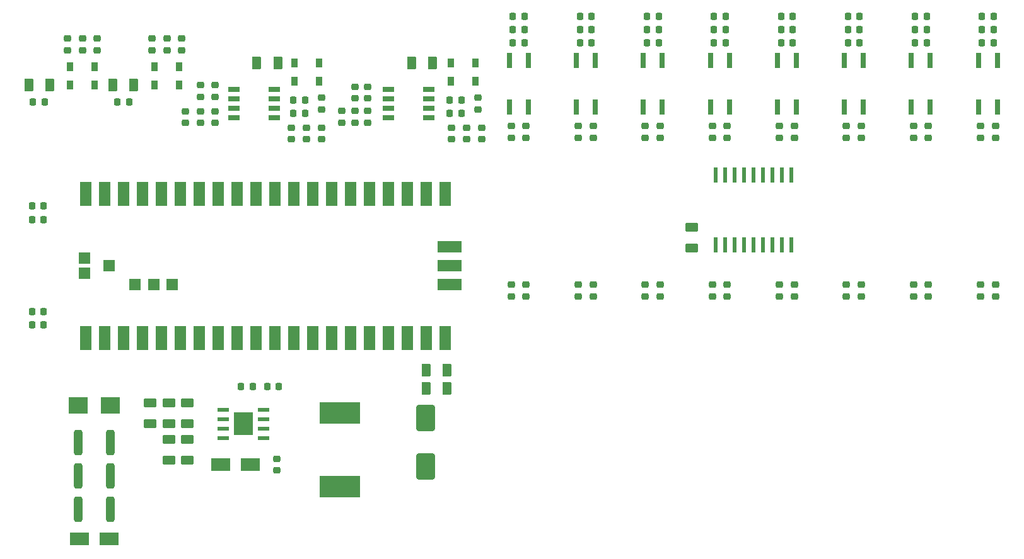
<source format=gtp>
%TF.GenerationSoftware,KiCad,Pcbnew,(5.99.0-7040-g8c08b861ab)*%
%TF.CreationDate,2021-03-18T10:44:16+08:00*%
%TF.ProjectId,PicoIndustrial,5069636f-496e-4647-9573-747269616c2e,rev?*%
%TF.SameCoordinates,Original*%
%TF.FileFunction,Paste,Top*%
%TF.FilePolarity,Positive*%
%FSLAX46Y46*%
G04 Gerber Fmt 4.6, Leading zero omitted, Abs format (unit mm)*
G04 Created by KiCad (PCBNEW (5.99.0-7040-g8c08b861ab)) date 2021-03-18 10:44:16*
%MOMM*%
%LPD*%
G01*
G04 APERTURE LIST*
G04 Aperture macros list*
%AMRoundRect*
0 Rectangle with rounded corners*
0 $1 Rounding radius*
0 $2 $3 $4 $5 $6 $7 $8 $9 X,Y pos of 4 corners*
0 Add a 4 corners polygon primitive as box body*
4,1,4,$2,$3,$4,$5,$6,$7,$8,$9,$2,$3,0*
0 Add four circle primitives for the rounded corners*
1,1,$1+$1,$2,$3,0*
1,1,$1+$1,$4,$5,0*
1,1,$1+$1,$6,$7,0*
1,1,$1+$1,$8,$9,0*
0 Add four rect primitives between the rounded corners*
20,1,$1+$1,$2,$3,$4,$5,0*
20,1,$1+$1,$4,$5,$6,$7,0*
20,1,$1+$1,$6,$7,$8,$9,0*
20,1,$1+$1,$8,$9,$2,$3,0*%
G04 Aperture macros list end*
%ADD10RoundRect,0.218750X0.256250X-0.218750X0.256250X0.218750X-0.256250X0.218750X-0.256250X-0.218750X0*%
%ADD11RoundRect,0.218750X-0.256250X0.218750X-0.256250X-0.218750X0.256250X-0.218750X0.256250X0.218750X0*%
%ADD12R,0.640000X2.000000*%
%ADD13RoundRect,0.218750X0.218750X0.256250X-0.218750X0.256250X-0.218750X-0.256250X0.218750X-0.256250X0*%
%ADD14R,2.500000X2.300000*%
%ADD15R,1.528000X0.650000*%
%ADD16RoundRect,0.250000X-1.000000X1.500000X-1.000000X-1.500000X1.000000X-1.500000X1.000000X1.500000X0*%
%ADD17RoundRect,0.218750X-0.218750X-0.256250X0.218750X-0.256250X0.218750X0.256250X-0.218750X0.256250X0*%
%ADD18RoundRect,0.250000X0.375000X0.625000X-0.375000X0.625000X-0.375000X-0.625000X0.375000X-0.625000X0*%
%ADD19RoundRect,0.250000X-0.625000X0.375000X-0.625000X-0.375000X0.625000X-0.375000X0.625000X0.375000X0*%
%ADD20R,0.900000X1.200000*%
%ADD21RoundRect,0.250000X-0.375000X-0.625000X0.375000X-0.625000X0.375000X0.625000X-0.375000X0.625000X0*%
%ADD22RoundRect,0.250000X0.625000X-0.375000X0.625000X0.375000X-0.625000X0.375000X-0.625000X-0.375000X0*%
%ADD23R,2.500000X1.800000*%
%ADD24R,5.400000X2.900000*%
%ADD25R,1.600000X3.200000*%
%ADD26R,3.200000X1.600000*%
%ADD27R,1.500000X1.500000*%
%ADD28R,1.550000X0.600000*%
%ADD29R,2.600000X3.100000*%
%ADD30RoundRect,0.250000X0.312500X1.450000X-0.312500X1.450000X-0.312500X-1.450000X0.312500X-1.450000X0*%
%ADD31RoundRect,0.250000X-0.312500X-1.450000X0.312500X-1.450000X0.312500X1.450000X-0.312500X1.450000X0*%
%ADD32R,0.600000X2.000000*%
G04 APERTURE END LIST*
D10*
%TO.C,D8*%
X160000000Y-84287500D03*
X160000000Y-82712500D03*
%TD*%
D11*
%TO.C,C7*%
X92500000Y-127462500D03*
X92500000Y-129037500D03*
%TD*%
D12*
%TO.C,U2*%
X126270000Y-73850000D03*
X123730000Y-73850000D03*
X123730000Y-80150000D03*
X126270000Y-80150000D03*
%TD*%
D10*
%TO.C,R21*%
X144000000Y-84287500D03*
X144000000Y-82712500D03*
%TD*%
%TO.C,D10*%
X178000000Y-84287500D03*
X178000000Y-82712500D03*
%TD*%
D13*
%TO.C,R2*%
X89287500Y-117750000D03*
X87712500Y-117750000D03*
%TD*%
D10*
%TO.C,R27*%
X189000000Y-105624721D03*
X189000000Y-104049721D03*
%TD*%
%TO.C,R25*%
X180000000Y-84287500D03*
X180000000Y-82712500D03*
%TD*%
%TO.C,R26*%
X189000000Y-84287500D03*
X189000000Y-82712500D03*
%TD*%
D13*
%TO.C,R1*%
X92787500Y-117750000D03*
X91212500Y-117750000D03*
%TD*%
D10*
%TO.C,R34*%
X126000000Y-105624721D03*
X126000000Y-104049721D03*
%TD*%
D14*
%TO.C,D2*%
X65850000Y-120250000D03*
X70150000Y-120250000D03*
%TD*%
D12*
%TO.C,U5*%
X153270000Y-73850000D03*
X150730000Y-73850000D03*
X150730000Y-80150000D03*
X153270000Y-80150000D03*
%TD*%
D15*
%TO.C,IC1*%
X86789000Y-77805000D03*
X86789000Y-79075000D03*
X86789000Y-80345000D03*
X86789000Y-81615000D03*
X92211000Y-81615000D03*
X92211000Y-80345000D03*
X92211000Y-79075000D03*
X92211000Y-77805000D03*
%TD*%
D10*
%TO.C,D12*%
X187000000Y-105624721D03*
X187000000Y-104049721D03*
%TD*%
D11*
%TO.C,R47*%
X103000000Y-77422500D03*
X103000000Y-78997500D03*
%TD*%
D16*
%TO.C,C8*%
X112500000Y-122000000D03*
X112500000Y-128500000D03*
%TD*%
D11*
%TO.C,R37*%
X64400000Y-70922500D03*
X64400000Y-72497500D03*
%TD*%
D17*
%TO.C,C14*%
X151212500Y-71500000D03*
X152787500Y-71500000D03*
%TD*%
D11*
%TO.C,R46*%
X82250000Y-77212500D03*
X82250000Y-78787500D03*
%TD*%
D18*
%TO.C,C25*%
X92650000Y-74210000D03*
X89850000Y-74210000D03*
%TD*%
D19*
%TO.C,C3*%
X78000000Y-124850000D03*
X78000000Y-127650000D03*
%TD*%
D10*
%TO.C,R52*%
X98500000Y-84497500D03*
X98500000Y-82922500D03*
%TD*%
%TO.C,R29*%
X171000000Y-105624721D03*
X171000000Y-104049721D03*
%TD*%
D20*
%TO.C,D27*%
X119150000Y-76710000D03*
X115850000Y-76710000D03*
%TD*%
D10*
%TO.C,D6*%
X142000000Y-84287500D03*
X142000000Y-82712500D03*
%TD*%
D11*
%TO.C,R44*%
X84250000Y-77212500D03*
X84250000Y-78787500D03*
%TD*%
D10*
%TO.C,R43*%
X101250000Y-82247500D03*
X101250000Y-80672500D03*
%TD*%
%TO.C,R42*%
X80250000Y-82287500D03*
X80250000Y-80712500D03*
%TD*%
D21*
%TO.C,R36*%
X70500000Y-77210000D03*
X73300000Y-77210000D03*
%TD*%
D11*
%TO.C,C21*%
X68400000Y-70922500D03*
X68400000Y-72497500D03*
%TD*%
D10*
%TO.C,R28*%
X180000000Y-105624721D03*
X180000000Y-104049721D03*
%TD*%
D12*
%TO.C,U3*%
X135270000Y-73850000D03*
X132730000Y-73850000D03*
X132730000Y-80150000D03*
X135270000Y-80150000D03*
%TD*%
D13*
%TO.C,R9*%
X179787500Y-68000000D03*
X178212500Y-68000000D03*
%TD*%
D22*
%TO.C,C29*%
X148250000Y-99150000D03*
X148250000Y-96350000D03*
%TD*%
D23*
%TO.C,D3*%
X85000000Y-128250000D03*
X89000000Y-128250000D03*
%TD*%
D10*
%TO.C,R31*%
X153000000Y-105624721D03*
X153000000Y-104049721D03*
%TD*%
D11*
%TO.C,R45*%
X104750000Y-77422500D03*
X104750000Y-78997500D03*
%TD*%
D13*
%TO.C,R7*%
X161787500Y-68000000D03*
X160212500Y-68000000D03*
%TD*%
D24*
%TO.C,L1*%
X101000000Y-131200000D03*
X101000000Y-121300000D03*
%TD*%
D13*
%TO.C,R54*%
X96287500Y-79210000D03*
X94712500Y-79210000D03*
%TD*%
D22*
%TO.C,C2*%
X75500000Y-122750000D03*
X75500000Y-119950000D03*
%TD*%
D20*
%TO.C,D23*%
X79400000Y-74710000D03*
X76100000Y-74710000D03*
%TD*%
D11*
%TO.C,R49*%
X96500000Y-82922500D03*
X96500000Y-84497500D03*
%TD*%
D21*
%TO.C,C10*%
X112600000Y-115500000D03*
X115400000Y-115500000D03*
%TD*%
D10*
%TO.C,R58*%
X98500000Y-80497500D03*
X98500000Y-78922500D03*
%TD*%
%TO.C,R50*%
X116000000Y-84497500D03*
X116000000Y-82922500D03*
%TD*%
D13*
%TO.C,R3*%
X125787500Y-68000000D03*
X124212500Y-68000000D03*
%TD*%
D10*
%TO.C,D19*%
X124000000Y-105624721D03*
X124000000Y-104049721D03*
%TD*%
D13*
%TO.C,R13*%
X143787500Y-69750000D03*
X142212500Y-69750000D03*
%TD*%
D10*
%TO.C,C23*%
X84250000Y-82287500D03*
X84250000Y-80712500D03*
%TD*%
D11*
%TO.C,C22*%
X79750000Y-70922500D03*
X79750000Y-72497500D03*
%TD*%
D13*
%TO.C,R15*%
X161787500Y-69750000D03*
X160212500Y-69750000D03*
%TD*%
D19*
%TO.C,C6*%
X80500000Y-124850000D03*
X80500000Y-127650000D03*
%TD*%
D21*
%TO.C,C9*%
X112600000Y-118000000D03*
X115400000Y-118000000D03*
%TD*%
D10*
%TO.C,D14*%
X169000000Y-105624721D03*
X169000000Y-104049721D03*
%TD*%
%TO.C,D18*%
X133000000Y-105624721D03*
X133000000Y-104049721D03*
%TD*%
D12*
%TO.C,U7*%
X171270000Y-73850000D03*
X168730000Y-73850000D03*
X168730000Y-80150000D03*
X171270000Y-80150000D03*
%TD*%
D13*
%TO.C,R14*%
X152787500Y-69750000D03*
X151212500Y-69750000D03*
%TD*%
D17*
%TO.C,C13*%
X142212500Y-71500000D03*
X143787500Y-71500000D03*
%TD*%
D25*
%TO.C,J1*%
X66870000Y-111190000D03*
X69410000Y-111190000D03*
X71950000Y-111190000D03*
X74490000Y-111190000D03*
X77030000Y-111190000D03*
X79570000Y-111190000D03*
X82110000Y-111190000D03*
X84650000Y-111190000D03*
X87190000Y-111190000D03*
X89730000Y-111190000D03*
X92270000Y-111190000D03*
X94810000Y-111190000D03*
X97350000Y-111190000D03*
X99890000Y-111190000D03*
X102430000Y-111190000D03*
X104970000Y-111190000D03*
X107510000Y-111190000D03*
X110050000Y-111190000D03*
X112590000Y-111190000D03*
X115130000Y-111190000D03*
X115130000Y-91810000D03*
X112590000Y-91810000D03*
X110050000Y-91810000D03*
X107510000Y-91810000D03*
X104970000Y-91810000D03*
X102430000Y-91810000D03*
X99890000Y-91810000D03*
X97350000Y-91810000D03*
X94810000Y-91810000D03*
X92270000Y-91810000D03*
X89730000Y-91810000D03*
X87190000Y-91810000D03*
X84650000Y-91810000D03*
X82110000Y-91810000D03*
X79570000Y-91810000D03*
X77030000Y-91810000D03*
X74490000Y-91810000D03*
X71950000Y-91810000D03*
X69410000Y-91810000D03*
X66870000Y-91810000D03*
D26*
X115700000Y-104040000D03*
X115700000Y-101500000D03*
X115700000Y-98960000D03*
D27*
X70000000Y-101500000D03*
X66700000Y-100500000D03*
X66700000Y-102500000D03*
X73500000Y-104000000D03*
X76000000Y-104000000D03*
X78500000Y-104000000D03*
%TD*%
D17*
%TO.C,C15*%
X160212500Y-71500000D03*
X161787500Y-71500000D03*
%TD*%
D10*
%TO.C,C28*%
X103000000Y-82247500D03*
X103000000Y-80672500D03*
%TD*%
D15*
%TO.C,IC2*%
X107539000Y-77805000D03*
X107539000Y-79075000D03*
X107539000Y-80345000D03*
X107539000Y-81615000D03*
X112961000Y-81615000D03*
X112961000Y-80345000D03*
X112961000Y-79075000D03*
X112961000Y-77805000D03*
%TD*%
D17*
%TO.C,R61*%
X59632500Y-93475000D03*
X61207500Y-93475000D03*
%TD*%
D10*
%TO.C,R30*%
X162000000Y-105624721D03*
X162000000Y-104049721D03*
%TD*%
D11*
%TO.C,R51*%
X118000000Y-82922500D03*
X118000000Y-84497500D03*
%TD*%
D23*
%TO.C,D1*%
X70000000Y-138250000D03*
X66000000Y-138250000D03*
%TD*%
D13*
%TO.C,R8*%
X170787500Y-68000000D03*
X169212500Y-68000000D03*
%TD*%
D10*
%TO.C,C27*%
X82250000Y-82287500D03*
X82250000Y-80712500D03*
%TD*%
%TO.C,D17*%
X142000000Y-105624721D03*
X142000000Y-104049721D03*
%TD*%
D17*
%TO.C,D28*%
X59632500Y-107675000D03*
X61207500Y-107675000D03*
%TD*%
D10*
%TO.C,R40*%
X77750000Y-72497500D03*
X77750000Y-70922500D03*
%TD*%
%TO.C,R20*%
X135000000Y-84287500D03*
X135000000Y-82712500D03*
%TD*%
%TO.C,R59*%
X119500000Y-80497500D03*
X119500000Y-78922500D03*
%TD*%
D20*
%TO.C,D24*%
X94850000Y-74210000D03*
X98150000Y-74210000D03*
%TD*%
D13*
%TO.C,R5*%
X143787500Y-68000000D03*
X142212500Y-68000000D03*
%TD*%
D10*
%TO.C,R53*%
X120000000Y-84497500D03*
X120000000Y-82922500D03*
%TD*%
D28*
%TO.C,U1*%
X90700000Y-124655000D03*
X90700000Y-123385000D03*
X90700000Y-122115000D03*
X90700000Y-120845000D03*
X85300000Y-120845000D03*
X85300000Y-122115000D03*
X85300000Y-123385000D03*
X85300000Y-124655000D03*
D29*
X88000000Y-122750000D03*
%TD*%
D17*
%TO.C,C17*%
X178212500Y-71500000D03*
X179787500Y-71500000D03*
%TD*%
D30*
%TO.C,F1*%
X70137500Y-134250000D03*
X65862500Y-134250000D03*
%TD*%
D17*
%TO.C,R57*%
X115712500Y-80960000D03*
X117287500Y-80960000D03*
%TD*%
D12*
%TO.C,U4*%
X144270000Y-73850000D03*
X141730000Y-73850000D03*
X141730000Y-80150000D03*
X144270000Y-80150000D03*
%TD*%
D20*
%TO.C,D20*%
X64750000Y-77210000D03*
X68050000Y-77210000D03*
%TD*%
D13*
%TO.C,C20*%
X72687500Y-79500000D03*
X71112500Y-79500000D03*
%TD*%
D20*
%TO.C,D22*%
X76100000Y-77210000D03*
X79400000Y-77210000D03*
%TD*%
D18*
%TO.C,C26*%
X113400000Y-74210000D03*
X110600000Y-74210000D03*
%TD*%
D17*
%TO.C,R60*%
X59632500Y-109475000D03*
X61207500Y-109475000D03*
%TD*%
%TO.C,C11*%
X124212500Y-71500000D03*
X125787500Y-71500000D03*
%TD*%
D10*
%TO.C,R24*%
X171000000Y-84287500D03*
X171000000Y-82712500D03*
%TD*%
%TO.C,D5*%
X133000000Y-84287500D03*
X133000000Y-82712500D03*
%TD*%
D13*
%TO.C,R11*%
X125787500Y-69750000D03*
X124212500Y-69750000D03*
%TD*%
D31*
%TO.C,FB1*%
X65862500Y-129750000D03*
X70137500Y-129750000D03*
%TD*%
D13*
%TO.C,R56*%
X117287500Y-79210000D03*
X115712500Y-79210000D03*
%TD*%
%TO.C,R18*%
X188787500Y-69750000D03*
X187212500Y-69750000D03*
%TD*%
D10*
%TO.C,R48*%
X94500000Y-84497500D03*
X94500000Y-82922500D03*
%TD*%
D13*
%TO.C,R17*%
X179787500Y-69750000D03*
X178212500Y-69750000D03*
%TD*%
D21*
%TO.C,R35*%
X59250000Y-77210000D03*
X62050000Y-77210000D03*
%TD*%
D32*
%TO.C,Q1*%
X161580000Y-89300000D03*
X160310000Y-89300000D03*
X159040000Y-89300000D03*
X157770000Y-89300000D03*
X156500000Y-89300000D03*
X155230000Y-89300000D03*
X153960000Y-89300000D03*
X152690000Y-89300000D03*
X151420000Y-89300000D03*
X151420000Y-98700000D03*
X152690000Y-98700000D03*
X153960000Y-98700000D03*
X155230000Y-98700000D03*
X156500000Y-98700000D03*
X157770000Y-98700000D03*
X159040000Y-98700000D03*
X160310000Y-98700000D03*
X161580000Y-98700000D03*
%TD*%
D10*
%TO.C,D7*%
X151000000Y-84287500D03*
X151000000Y-82712500D03*
%TD*%
%TO.C,D11*%
X187000000Y-84287500D03*
X187000000Y-82712500D03*
%TD*%
D17*
%TO.C,C12*%
X133212500Y-71500000D03*
X134787500Y-71500000D03*
%TD*%
D13*
%TO.C,R12*%
X134787500Y-69750000D03*
X133212500Y-69750000D03*
%TD*%
%TO.C,R6*%
X152787500Y-68000000D03*
X151212500Y-68000000D03*
%TD*%
D20*
%TO.C,D21*%
X68050000Y-74710000D03*
X64750000Y-74710000D03*
%TD*%
D11*
%TO.C,R38*%
X75750000Y-70922500D03*
X75750000Y-72497500D03*
%TD*%
D13*
%TO.C,R4*%
X134787500Y-68000000D03*
X133212500Y-68000000D03*
%TD*%
D17*
%TO.C,C16*%
X169212500Y-71500000D03*
X170787500Y-71500000D03*
%TD*%
D10*
%TO.C,R19*%
X126000000Y-84287500D03*
X126000000Y-82712500D03*
%TD*%
%TO.C,D9*%
X169000000Y-84287500D03*
X169000000Y-82712500D03*
%TD*%
%TO.C,R23*%
X162000000Y-84287500D03*
X162000000Y-82712500D03*
%TD*%
D20*
%TO.C,D25*%
X98150000Y-76710000D03*
X94850000Y-76710000D03*
%TD*%
D12*
%TO.C,U9*%
X189270000Y-73850000D03*
X186730000Y-73850000D03*
X186730000Y-80150000D03*
X189270000Y-80150000D03*
%TD*%
D13*
%TO.C,C19*%
X61337500Y-79460000D03*
X59762500Y-79460000D03*
%TD*%
D10*
%TO.C,R39*%
X66400000Y-72497500D03*
X66400000Y-70922500D03*
%TD*%
%TO.C,C24*%
X104750000Y-82247500D03*
X104750000Y-80672500D03*
%TD*%
D20*
%TO.C,D26*%
X115850000Y-74210000D03*
X119150000Y-74210000D03*
%TD*%
D13*
%TO.C,R10*%
X188787500Y-68000000D03*
X187212500Y-68000000D03*
%TD*%
D10*
%TO.C,D16*%
X151000000Y-105624721D03*
X151000000Y-104049721D03*
%TD*%
D22*
%TO.C,C4*%
X78000000Y-122750000D03*
X78000000Y-119950000D03*
%TD*%
%TO.C,C5*%
X80500000Y-122750000D03*
X80500000Y-119950000D03*
%TD*%
D10*
%TO.C,D4*%
X124000000Y-84287500D03*
X124000000Y-82712500D03*
%TD*%
D30*
%TO.C,C1*%
X70137500Y-125250000D03*
X65862500Y-125250000D03*
%TD*%
D10*
%TO.C,D13*%
X178000000Y-105624721D03*
X178000000Y-104049721D03*
%TD*%
%TO.C,D15*%
X160000000Y-105624721D03*
X160000000Y-104049721D03*
%TD*%
D17*
%TO.C,C18*%
X187212500Y-71500000D03*
X188787500Y-71500000D03*
%TD*%
%TO.C,D29*%
X59632500Y-95275000D03*
X61207500Y-95275000D03*
%TD*%
D12*
%TO.C,U6*%
X162270000Y-73850000D03*
X159730000Y-73850000D03*
X159730000Y-80150000D03*
X162270000Y-80150000D03*
%TD*%
D10*
%TO.C,R33*%
X135000000Y-105624721D03*
X135000000Y-104049721D03*
%TD*%
%TO.C,R32*%
X144000000Y-105624721D03*
X144000000Y-104049721D03*
%TD*%
D17*
%TO.C,R55*%
X94712500Y-80960000D03*
X96287500Y-80960000D03*
%TD*%
D13*
%TO.C,R16*%
X170787500Y-69750000D03*
X169212500Y-69750000D03*
%TD*%
D10*
%TO.C,R22*%
X153000000Y-84287500D03*
X153000000Y-82712500D03*
%TD*%
D12*
%TO.C,U8*%
X180270000Y-73850000D03*
X177730000Y-73850000D03*
X177730000Y-80150000D03*
X180270000Y-80150000D03*
%TD*%
M02*

</source>
